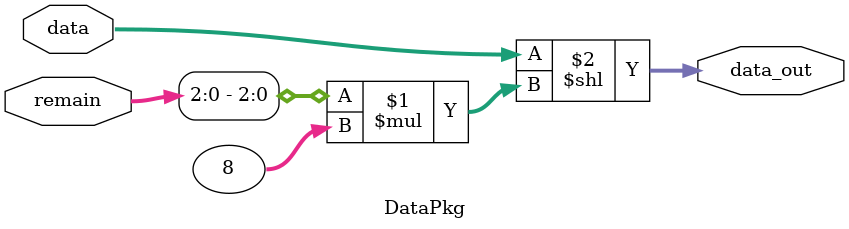
<source format=v>
`timescale 1ns / 1ps
module DataPkg(
	input [63:0] data,
	input [63:0] remain,
	output [63:0] data_out
);
	assign data_out=data << (remain[2:0]*8);

endmodule

</source>
